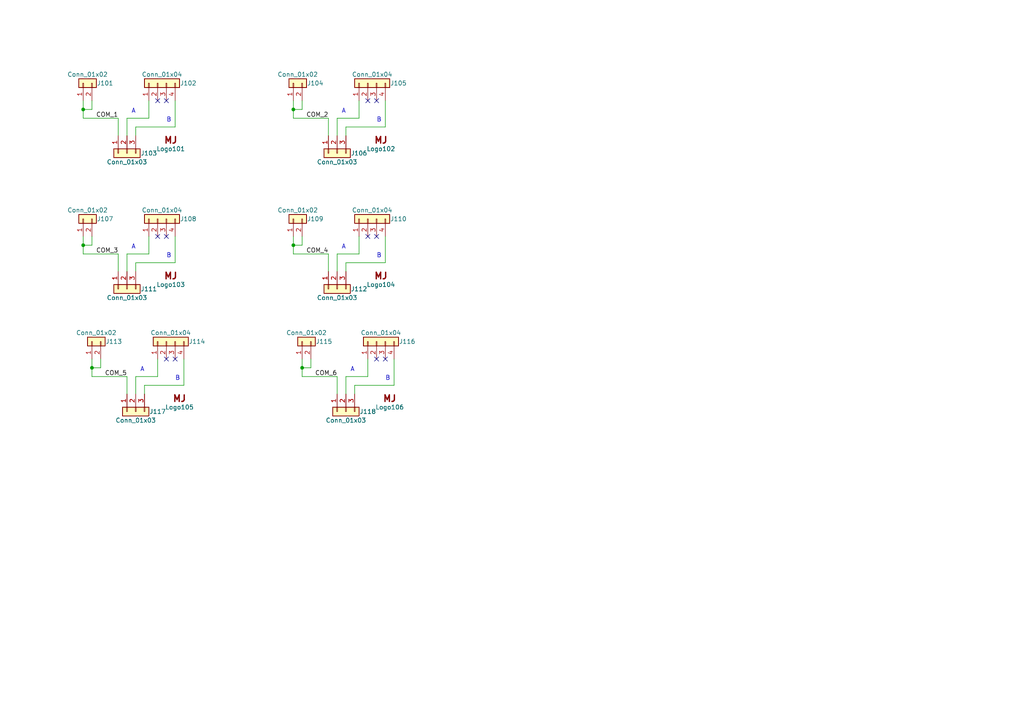
<source format=kicad_sch>
(kicad_sch (version 20211123) (generator eeschema)
  (paper "A4")
  (title_block (title "87DC3_201 Bridge board") (date "2020-11-28") (rev "r0.1") (company "MaJo SS2k"))
  (lib_symbols
    (symbol "Connector_Generic:Conn_01x02" (pin_names (offset 1.016) hide)
      (property "Reference" "J" (at 0 2.54 0))
      (property "Value" "Conn_01x02" (at 0 -5.08 0))
      (symbol "Conn_01x02_1_1"
        (rectangle (start -1.27 -2.413) (end 0 -2.667) (stroke (width 0.1524)))
        (rectangle (start -1.27 0.127) (end 0 -0.127) (stroke (width 0.1524)))
        (rectangle (start -1.27 1.27) (end 1.27 -3.81) (stroke (width 0.254)) (fill (type background)))
        (pin passive line (at -5.08 0 0) (length 3.81) (name "Pin_1") (number "1"))
        (pin passive line (at -5.08 -2.54 0) (length 3.81) (name "Pin_2") (number "2"))
      )
    )
    (symbol "Connector_Generic:Conn_01x03" (pin_names (offset 1.016) hide)
      (property "Reference" "J" (at 0 5.08 0))
      (property "Value" "Conn_01x03" (at 0 -5.08 0))
      (symbol "Conn_01x03_1_1"
        (rectangle (start -1.27 -2.413) (end 0 -2.667) (stroke (width 0.1524)))
        (rectangle (start -1.27 0.127) (end 0 -0.127) (stroke (width 0.1524)))
        (rectangle (start -1.27 2.667) (end 0 2.413) (stroke (width 0.1524)))
        (rectangle (start -1.27 3.81) (end 1.27 -3.81) (stroke (width 0.254)) (fill (type background)))
        (pin passive line (at -5.08 2.54 0) (length 3.81) (name "Pin_1") (number "1"))
        (pin passive line (at -5.08 0 0) (length 3.81) (name "Pin_2") (number "2"))
        (pin passive line (at -5.08 -2.54 0) (length 3.81) (name "Pin_3") (number "3"))
      )
    )
    (symbol "Connector_Generic:Conn_01x04" (pin_names (offset 1.016) hide)
      (property "Reference" "J" (at 0 5.08 0))
      (property "Value" "Conn_01x04" (at 0 -7.62 0))
      (symbol "Conn_01x04_1_1"
        (rectangle (start -1.27 -4.953) (end 0 -5.207) (stroke (width 0.1524)))
        (rectangle (start -1.27 -2.413) (end 0 -2.667) (stroke (width 0.1524)))
        (rectangle (start -1.27 0.127) (end 0 -0.127) (stroke (width 0.1524)))
        (rectangle (start -1.27 2.667) (end 0 2.413) (stroke (width 0.1524)))
        (rectangle (start -1.27 3.81) (end 1.27 -6.35) (stroke (width 0.254)) (fill (type background)))
        (pin passive line (at -5.08 2.54 0) (length 3.81) (name "Pin_1") (number "1"))
        (pin passive line (at -5.08 0 0) (length 3.81) (name "Pin_2") (number "2"))
        (pin passive line (at -5.08 -2.54 0) (length 3.81) (name "Pin_3") (number "3"))
        (pin passive line (at -5.08 -5.08 0) (length 3.81) (name "Pin_4") (number "4"))
      )
    )
    (symbol "customlib_mj:Logo_MJ" (pin_names (offset 1.016))
      (property "Reference" "Logo" (at 0 2.54 0))
      (symbol "Logo_MJ_0_0"
        (text "MJ" (at 0 0 0) (effects (font (size 1.905 1.905) bold)))
      )
    )
  )
  (junction (at 24.13 71.12))
  (junction (at 85.09 31.75))
  (junction (at 87.63 106.68))
  (junction (at 24.13 31.75))
  (junction (at 85.09 71.12))
  (junction (at 26.67 106.68))
  (no_connect (at 109.22 104.14))
  (no_connect (at 48.26 29.21))
  (no_connect (at 50.8 104.14))
  (no_connect (at 106.68 68.58))
  (no_connect (at 106.68 29.21))
  (no_connect (at 45.72 68.58))
  (no_connect (at 109.22 29.21))
  (no_connect (at 45.72 29.21))
  (no_connect (at 48.26 68.58))
  (no_connect (at 111.76 104.14))
  (no_connect (at 48.26 104.14))
  (no_connect (at 109.22 68.58))
  (wire (pts (xy 104.14 73.66) (xy 97.79 73.66)))
  (wire (pts (xy 111.76 68.58) (xy 111.76 76.2)))
  (wire (pts (xy 34.29 34.29) (xy 34.29 39.37)))
  (wire (pts (xy 43.18 34.29) (xy 36.83 34.29)))
  (wire (pts (xy 100.33 109.22) (xy 100.33 114.3)))
  (wire (pts (xy 50.8 29.21) (xy 50.8 36.83)))
  (wire (pts (xy 43.18 68.58) (xy 43.18 73.66)))
  (wire (pts (xy 106.68 104.14) (xy 106.68 109.22)))
  (wire (pts (xy 111.76 29.21) (xy 111.76 36.83)))
  (wire (pts (xy 87.63 31.75) (xy 87.63 29.21)))
  (wire (pts (xy 95.25 73.66) (xy 95.25 78.74)))
  (wire (pts (xy 50.8 76.2) (xy 39.37 76.2)))
  (wire (pts (xy 50.8 68.58) (xy 50.8 76.2)))
  (wire (pts (xy 36.83 73.66) (xy 36.83 78.74)))
  (wire (pts (xy 85.09 34.29) (xy 95.25 34.29)))
  (wire (pts (xy 45.72 109.22) (xy 39.37 109.22)))
  (wire (pts (xy 39.37 76.2) (xy 39.37 78.74)))
  (wire (pts (xy 87.63 71.12) (xy 87.63 68.58)))
  (wire (pts (xy 85.09 31.75) (xy 85.09 34.29)))
  (wire (pts (xy 39.37 109.22) (xy 39.37 114.3)))
  (wire (pts (xy 26.67 104.14) (xy 26.67 106.68)))
  (wire (pts (xy 53.34 111.76) (xy 41.91 111.76)))
  (wire (pts (xy 26.67 31.75) (xy 26.67 29.21)))
  (wire (pts (xy 85.09 29.21) (xy 85.09 31.75)))
  (wire (pts (xy 87.63 106.68) (xy 87.63 109.22)))
  (wire (pts (xy 85.09 73.66) (xy 95.25 73.66)))
  (wire (pts (xy 104.14 68.58) (xy 104.14 73.66)))
  (wire (pts (xy 29.21 106.68) (xy 29.21 104.14)))
  (wire (pts (xy 90.17 106.68) (xy 90.17 104.14)))
  (wire (pts (xy 114.3 104.14) (xy 114.3 111.76)))
  (wire (pts (xy 26.67 106.68) (xy 26.67 109.22)))
  (wire (pts (xy 85.09 68.58) (xy 85.09 71.12)))
  (wire (pts (xy 85.09 71.12) (xy 87.63 71.12)))
  (wire (pts (xy 41.91 111.76) (xy 41.91 114.3)))
  (wire (pts (xy 106.68 109.22) (xy 100.33 109.22)))
  (wire (pts (xy 43.18 29.21) (xy 43.18 34.29)))
  (wire (pts (xy 45.72 104.14) (xy 45.72 109.22)))
  (wire (pts (xy 104.14 34.29) (xy 97.79 34.29)))
  (wire (pts (xy 26.67 109.22) (xy 36.83 109.22)))
  (wire (pts (xy 85.09 31.75) (xy 87.63 31.75)))
  (wire (pts (xy 95.25 34.29) (xy 95.25 39.37)))
  (wire (pts (xy 34.29 73.66) (xy 34.29 78.74)))
  (wire (pts (xy 97.79 73.66) (xy 97.79 78.74)))
  (wire (pts (xy 100.33 76.2) (xy 100.33 78.74)))
  (wire (pts (xy 53.34 104.14) (xy 53.34 111.76)))
  (wire (pts (xy 50.8 36.83) (xy 39.37 36.83)))
  (wire (pts (xy 36.83 109.22) (xy 36.83 114.3)))
  (wire (pts (xy 24.13 34.29) (xy 34.29 34.29)))
  (wire (pts (xy 114.3 111.76) (xy 102.87 111.76)))
  (wire (pts (xy 39.37 36.83) (xy 39.37 39.37)))
  (wire (pts (xy 111.76 76.2) (xy 100.33 76.2)))
  (wire (pts (xy 24.13 31.75) (xy 24.13 34.29)))
  (wire (pts (xy 87.63 106.68) (xy 90.17 106.68)))
  (wire (pts (xy 24.13 71.12) (xy 26.67 71.12)))
  (wire (pts (xy 24.13 71.12) (xy 24.13 73.66)))
  (wire (pts (xy 102.87 111.76) (xy 102.87 114.3)))
  (wire (pts (xy 26.67 106.68) (xy 29.21 106.68)))
  (wire (pts (xy 87.63 104.14) (xy 87.63 106.68)))
  (wire (pts (xy 24.13 31.75) (xy 26.67 31.75)))
  (wire (pts (xy 26.67 71.12) (xy 26.67 68.58)))
  (wire (pts (xy 43.18 73.66) (xy 36.83 73.66)))
  (wire (pts (xy 100.33 36.83) (xy 100.33 39.37)))
  (wire (pts (xy 97.79 109.22) (xy 97.79 114.3)))
  (wire (pts (xy 24.13 29.21) (xy 24.13 31.75)))
  (wire (pts (xy 111.76 36.83) (xy 100.33 36.83)))
  (wire (pts (xy 87.63 109.22) (xy 97.79 109.22)))
  (wire (pts (xy 97.79 34.29) (xy 97.79 39.37)))
  (wire (pts (xy 24.13 73.66) (xy 34.29 73.66)))
  (wire (pts (xy 24.13 68.58) (xy 24.13 71.12)))
  (wire (pts (xy 104.14 29.21) (xy 104.14 34.29)))
  (wire (pts (xy 85.09 71.12) (xy 85.09 73.66)))
  (wire (pts (xy 36.83 34.29) (xy 36.83 39.37)))
  (text "A" (at 101.6 107.95 0) (effects (font (size 1.27 1.27)) (justify left bottom)))
  (text "A" (at 99.06 72.39 0) (effects (font (size 1.27 1.27)) (justify left bottom)))
  (text "B" (at 48.26 74.93 0) (effects (font (size 1.27 1.27)) (justify left bottom)))
  (text "A" (at 99.06 33.02 0) (effects (font (size 1.27 1.27)) (justify left bottom)))
  (text "A" (at 40.64 107.95 0) (effects (font (size 1.27 1.27)) (justify left bottom)))
  (text "B" (at 109.22 74.93 0) (effects (font (size 1.27 1.27)) (justify left bottom)))
  (text "A" (at 38.1 33.02 0) (effects (font (size 1.27 1.27)) (justify left bottom)))
  (text "A" (at 38.1 72.39 0) (effects (font (size 1.27 1.27)) (justify left bottom)))
  (text "B" (at 111.76 110.49 0) (effects (font (size 1.27 1.27)) (justify left bottom)))
  (text "B" (at 50.8 110.49 0) (effects (font (size 1.27 1.27)) (justify left bottom)))
  (text "B" (at 109.22 35.56 0) (effects (font (size 1.27 1.27)) (justify left bottom)))
  (text "B" (at 48.26 35.56 0) (effects (font (size 1.27 1.27)) (justify left bottom)))
  (label "COM_3" (at 34.29 73.66 180))
  (label "COM_4" (at 95.25 73.66 180))
  (label "COM_6" (at 97.79 109.22 180))
  (label "COM_2" (at 95.25 34.29 180))
  (label "COM_5" (at 36.83 109.22 180))
  (label "COM_1" (at 34.29 34.29 180))
  (symbol (lib_id "Connector_Generic:Conn_01x02") (at 24.13 24.13 90)
    (property "Reference" "J101" (at 30.48 24.13 90))
    (property "Value" "Conn_01x02" (at 25.4 21.59 90))
    (property "Footprint" "Connector_PinSocket_2.54mm:PinSocket_1x02_P2.54mm_Vertical" (effects hide))
  )
  (symbol (lib_id "Connector_Generic:Conn_01x04") (at 45.72 24.13 90)
    (property "Reference" "J102" (at 54.61 24.13 90))
    (property "Value" "Conn_01x04" (at 46.99 21.59 90))
    (property "Footprint" "Connector_PinSocket_2.54mm:PinSocket_1x04_P2.54mm_Vertical" (effects hide))
  )
  (symbol (lib_id "Connector_Generic:Conn_01x03") (at 36.83 44.45 90) (mirror x)
    (property "Reference" "J103" (at 43.18 44.45 90))
    (property "Value" "Conn_01x03" (at 36.83 46.99 90))
    (property "Footprint" "Connector_PinSocket_2.54mm:PinSocket_1x03_P2.54mm_Vertical" (effects hide))
  )
  (symbol (lib_id "Connector_Generic:Conn_01x02") (at 85.09 24.13 90)
    (property "Reference" "J104" (at 91.44 24.13 90))
    (property "Value" "Conn_01x02" (at 86.36 21.59 90))
    (property "Footprint" "Connector_PinSocket_2.54mm:PinSocket_1x02_P2.54mm_Vertical" (effects hide))
  )
  (symbol (lib_id "Connector_Generic:Conn_01x04") (at 106.68 24.13 90)
    (property "Reference" "J105" (at 115.57 24.13 90))
    (property "Value" "Conn_01x04" (at 107.95 21.59 90))
    (property "Footprint" "Connector_PinSocket_2.54mm:PinSocket_1x04_P2.54mm_Vertical" (effects hide))
  )
  (symbol (lib_id "Connector_Generic:Conn_01x03") (at 97.79 44.45 90) (mirror x)
    (property "Reference" "J106" (at 104.14 44.45 90))
    (property "Value" "Conn_01x03" (at 97.79 46.99 90))
    (property "Footprint" "Connector_PinSocket_2.54mm:PinSocket_1x03_P2.54mm_Vertical" (effects hide))
  )
  (symbol (lib_id "customlib_mj:Logo_MJ") (at 110.49 40.64 0)
    (property "Reference" "Logo102" (at 110.49 43.18 0))
    (property "Value" "Logo_MJ" (effects hide))
    (property "Footprint" "customlib_mj_fp:MJ_Mini" (effects hide))
  )
  (symbol (lib_id "Connector_Generic:Conn_01x02") (at 24.13 63.5 90)
    (property "Reference" "J107" (at 30.48 63.5 90))
    (property "Value" "Conn_01x02" (at 25.4 60.96 90))
    (property "Footprint" "Connector_PinSocket_2.54mm:PinSocket_1x02_P2.54mm_Vertical" (effects hide))
  )
  (symbol (lib_id "Connector_Generic:Conn_01x04") (at 45.72 63.5 90)
    (property "Reference" "J108" (at 54.61 63.5 90))
    (property "Value" "Conn_01x04" (at 46.99 60.96 90))
    (property "Footprint" "Connector_PinSocket_2.54mm:PinSocket_1x04_P2.54mm_Vertical" (effects hide))
  )
  (symbol (lib_id "Connector_Generic:Conn_01x03") (at 36.83 83.82 90) (mirror x)
    (property "Reference" "J111" (at 43.18 83.82 90))
    (property "Value" "Conn_01x03" (at 36.83 86.36 90))
    (property "Footprint" "Connector_PinSocket_2.54mm:PinSocket_1x03_P2.54mm_Vertical" (effects hide))
  )
  (symbol (lib_id "customlib_mj:Logo_MJ") (at 49.53 80.01 0)
    (property "Reference" "Logo103" (at 49.53 82.55 0))
    (property "Value" "Logo_MJ" (effects hide))
    (property "Footprint" "customlib_mj_fp:MJ_Mini" (effects hide))
  )
  (symbol (lib_id "Connector_Generic:Conn_01x02") (at 85.09 63.5 90)
    (property "Reference" "J109" (at 91.44 63.5 90))
    (property "Value" "Conn_01x02" (at 86.36 60.96 90))
    (property "Footprint" "Connector_PinSocket_2.54mm:PinSocket_1x02_P2.54mm_Vertical" (effects hide))
  )
  (symbol (lib_id "Connector_Generic:Conn_01x04") (at 106.68 63.5 90)
    (property "Reference" "J110" (at 115.57 63.5 90))
    (property "Value" "Conn_01x04" (at 107.95 60.96 90))
    (property "Footprint" "Connector_PinSocket_2.54mm:PinSocket_1x04_P2.54mm_Vertical" (effects hide))
  )
  (symbol (lib_id "Connector_Generic:Conn_01x03") (at 97.79 83.82 90) (mirror x)
    (property "Reference" "J112" (at 104.14 83.82 90))
    (property "Value" "Conn_01x03" (at 97.79 86.36 90))
    (property "Footprint" "Connector_PinSocket_2.54mm:PinSocket_1x03_P2.54mm_Vertical" (effects hide))
  )
  (symbol (lib_id "customlib_mj:Logo_MJ") (at 110.49 80.01 0)
    (property "Reference" "Logo104" (at 110.49 82.55 0))
    (property "Value" "Logo_MJ" (effects hide))
    (property "Footprint" "customlib_mj_fp:MJ_Mini" (effects hide))
  )
  (symbol (lib_id "customlib_mj:Logo_MJ") (at 49.53 40.64 0)
    (property "Reference" "Logo101" (at 49.53 43.18 0))
    (property "Value" "Logo_MJ" (effects hide))
    (property "Footprint" "customlib_mj_fp:MJ_Mini" (effects hide))
  )
  (symbol (lib_id "Connector_Generic:Conn_01x02") (at 26.67 99.06 90)
    (property "Reference" "J113" (at 33.02 99.06 90))
    (property "Value" "Conn_01x02" (at 27.94 96.52 90))
    (property "Footprint" "Connector_PinSocket_2.54mm:PinSocket_1x02_P2.54mm_Vertical" (effects hide))
  )
  (symbol (lib_id "Connector_Generic:Conn_01x04") (at 48.26 99.06 90)
    (property "Reference" "J114" (at 57.15 99.06 90))
    (property "Value" "Conn_01x04" (at 49.53 96.52 90))
    (property "Footprint" "Connector_PinSocket_2.54mm:PinSocket_1x04_P2.54mm_Vertical" (effects hide))
  )
  (symbol (lib_id "Connector_Generic:Conn_01x03") (at 39.37 119.38 90) (mirror x)
    (property "Reference" "J117" (at 45.72 119.38 90))
    (property "Value" "Conn_01x03" (at 39.37 121.92 90))
    (property "Footprint" "Connector_PinSocket_2.54mm:PinSocket_1x03_P2.54mm_Vertical" (effects hide))
  )
  (symbol (lib_id "customlib_mj:Logo_MJ") (at 52.07 115.57 0)
    (property "Reference" "Logo105" (at 52.07 118.11 0))
    (property "Value" "Logo_MJ" (effects hide))
    (property "Footprint" "customlib_mj_fp:MJ_Mini" (effects hide))
  )
  (symbol (lib_id "Connector_Generic:Conn_01x02") (at 87.63 99.06 90)
    (property "Reference" "J115" (at 93.98 99.06 90))
    (property "Value" "Conn_01x02" (at 88.9 96.52 90))
    (property "Footprint" "Connector_PinSocket_2.54mm:PinSocket_1x02_P2.54mm_Vertical" (effects hide))
  )
  (symbol (lib_id "Connector_Generic:Conn_01x04") (at 109.22 99.06 90)
    (property "Reference" "J116" (at 118.11 99.06 90))
    (property "Value" "Conn_01x04" (at 110.49 96.52 90))
    (property "Footprint" "Connector_PinSocket_2.54mm:PinSocket_1x04_P2.54mm_Vertical" (effects hide))
  )
  (symbol (lib_id "Connector_Generic:Conn_01x03") (at 100.33 119.38 90) (mirror x)
    (property "Reference" "J118" (at 106.68 119.38 90))
    (property "Value" "Conn_01x03" (at 100.33 121.92 90))
    (property "Footprint" "Connector_PinSocket_2.54mm:PinSocket_1x03_P2.54mm_Vertical" (effects hide))
  )
  (symbol (lib_id "customlib_mj:Logo_MJ") (at 113.03 115.57 0)
    (property "Reference" "Logo106" (at 113.03 118.11 0))
    (property "Value" "Logo_MJ" (effects hide))
    (property "Footprint" "customlib_mj_fp:MJ_Mini" (effects hide))
  )
)
</source>
